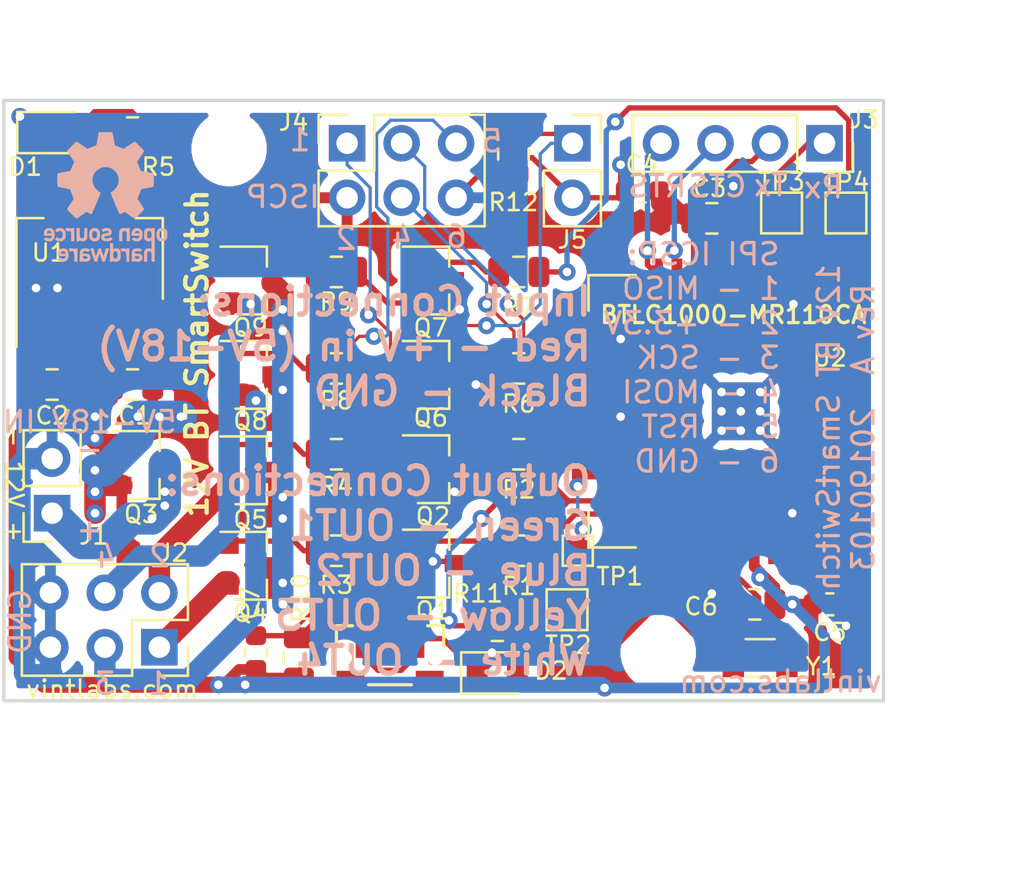
<source format=kicad_pcb>
(kicad_pcb (version 20171130) (host pcbnew 5.0.0)
  (layers (0 F.Cu signal) (31 B.Cu signal) (34 B.Paste user) (35 F.Paste user) (36 B.SilkS user) (37 F.SilkS user) (38 B.Mask user) (39 F.Mask user) (44 Edge.Cuts user))
  (net 0 "")
  (net 1 RESET)
  (net 2 ADC_IN2)
  (net 3 "Net-(Q2-Pad1)")
  (net 4 "Net-(Q1-Pad2)")
  (net 5 "Net-(Q1-Pad1)")
  (net 6 GND)
  (net 7 "Net-(D1-Pad2)")
  (net 8 STATUS)
  (net 9 "Net-(D2-Pad2)")
  (net 10 +12V)
  (net 11 "Net-(U2-Pad18)")
  (net 12 "Net-(U2-Pad19)")
  (net 13 SPI_MISO)
  (net 14 SPI_SCK)
  (net 15 SPI_MOSI)
  (net 16 SPI_SSN)
  (net 17 RxD)
  (net 18 CTS)
  (net 19 TxD)
  (net 20 RTS)
  (net 21 "Net-(Q8-Pad1)")
  (net 22 "Net-(Q6-Pad2)")
  (net 23 "Net-(Q7-Pad1)")
  (net 24 CTRL_OUT4)
  (net 25 CTRL_OUT3)
  (net 26 "Net-(Q6-Pad1)")
  (net 27 "Net-(Q7-Pad2)")
  (net 28 "Net-(Q9-Pad1)")
  (net 29 "Net-(Q2-Pad2)")
  (net 30 "Net-(Q4-Pad1)")
  (net 31 CTRL_OUT2)
  (net 32 CTRL_OUT1)
  (net 33 LOAD_OUT1)
  (net 34 LOAD_OUT3)
  (net 35 LOAD_OUT4)
  (net 36 LOAD_OUT2)
  (net 37 "Net-(Q5-Pad1)")
  (net 38 12V_SUPP)
  (net 39 GPIO_0)
  (net 40 VDD)
  (module BT_12v:ATBTLC1000-MR110 (layer F.Cu) (at 183.25 52.5 270)
    (fp_text reference U2 (at -2.5 -1.25) (layer F.SilkS) (effects (font (size 0.8 0.8) (thickness 0.12))))
    (fp_text value BTLC1000-MR110CA (at -4.5 3.25 180) (layer F.SilkS) (effects (font (size 0.8 0.8))))
    (pad 1 smd rect (at -6.35 0.476 270) (size 1.55 0.5) (layers F.Cu F.Paste F.Mask) (net 6 GND))
    (pad 25 smd rect (at 0 2.9 180) (size 2.7 2.7) (layers B.Cu) (net 6 GND))
    (pad 25 thru_hole circle (at -0.9 2 180) (size 0.8 0.8) (drill 0.4) (layers *.Cu F.Mask) (net 6 GND))
    (pad 25 thru_hole circle (at 0 2 180) (size 0.8 0.8) (drill 0.4) (layers *.Cu F.Mask) (net 6 GND))
    (pad 25 thru_hole circle (at 0.9 2 180) (size 0.8 0.8) (drill 0.4) (layers *.Cu F.Mask) (net 6 GND))
    (pad 25 thru_hole circle (at -0.9 2.9 180) (size 0.8 0.8) (drill 0.4) (layers *.Cu F.Mask) (net 6 GND))
    (pad 25 thru_hole circle (at -0.9 3.8 180) (size 0.8 0.8) (drill 0.4) (layers *.Cu F.Mask) (net 6 GND))
    (pad 25 thru_hole circle (at 0 3.8 180) (size 0.8 0.8) (drill 0.4) (layers *.Cu F.Mask) (net 6 GND))
    (pad 25 thru_hole circle (at 0 2.9 180) (size 0.8 0.8) (drill 0.4) (layers *.Cu F.Mask) (net 6 GND))
    (pad 25 thru_hole circle (at 0.9 2.9 180) (size 0.8 0.8) (drill 0.4) (layers *.Cu F.Mask) (net 6 GND))
    (pad 25 thru_hole circle (at 0.9 3.8 180) (size 0.8 0.8) (drill 0.4) (layers *.Cu F.Mask) (net 6 GND))
    (pad 2 smd rect (at -6.35 1.376 270) (size 1.55 0.5) (layers F.Cu F.Paste F.Mask) (net 24 CTRL_OUT4))
    (pad 3 smd rect (at -6.35 2.276 270) (size 1.55 0.5) (layers F.Cu F.Paste F.Mask) (net 25 CTRL_OUT3))
    (pad 4 smd rect (at -6.35 3.176 270) (size 1.55 0.5) (layers F.Cu F.Paste F.Mask) (net 17 RxD))
    (pad 5 smd rect (at -6.35 4.076 270) (size 1.55 0.5) (layers F.Cu F.Paste F.Mask) (net 19 TxD))
    (pad 6 smd rect (at -6.36 4.976 270) (size 1.55 0.5) (layers F.Cu F.Paste F.Mask) (net 40 VDD))
    (pad 7 smd rect (at -6.35 5.876 270) (size 1.55 0.5) (layers F.Cu F.Paste F.Mask) (net 18 CTS))
    (pad 8 smd rect (at -6.35 6.776 270) (size 1.55 0.5) (layers F.Cu F.Paste F.Mask) (net 20 RTS))
    (pad 9 smd rect (at -3.375 10) (size 1.55 0.5) (layers F.Cu F.Paste F.Mask) (net 6 GND))
    (pad 10 smd rect (at -2.475 10) (size 1.55 0.5) (layers F.Cu F.Paste F.Mask) (net 14 SPI_SCK))
    (pad 11 smd rect (at -1.575 10) (size 1.55 0.5) (layers F.Cu F.Paste F.Mask) (net 15 SPI_MOSI))
    (pad 12 smd rect (at -0.675 10) (size 1.55 0.5) (layers F.Cu F.Paste F.Mask) (net 16 SPI_SSN))
    (pad 13 smd rect (at 0.225 10) (size 1.55 0.5) (layers F.Cu F.Paste F.Mask) (net 6 GND))
    (pad 14 smd rect (at 1.125 10) (size 1.55 0.5) (layers F.Cu F.Paste F.Mask) (net 13 SPI_MISO))
    (pad 15 smd rect (at 2.025 10) (size 1.55 0.5) (layers F.Cu F.Paste F.Mask) (net 8 STATUS))
    (pad 16 smd rect (at 2.925 10) (size 1.55 0.5) (layers F.Cu F.Paste F.Mask) (net 2 ADC_IN2))
    (pad 21 smd rect (at 6.35 3.176 270) (size 1.55 0.5) (layers F.Cu F.Paste F.Mask) (net 32 CTRL_OUT1))
    (pad 24 smd rect (at 6.35 0.476 270) (size 1.55 0.5) (layers F.Cu F.Paste F.Mask) (net 6 GND))
    (pad 18 smd rect (at 6.35 5.876 270) (size 1.55 0.5) (layers F.Cu F.Paste F.Mask) (net 11 "Net-(U2-Pad18)"))
    (pad 17 smd rect (at 6.35 6.776 270) (size 1.55 0.5) (layers F.Cu F.Paste F.Mask) (net 40 VDD))
    (pad 19 smd rect (at 6.34 4.976 270) (size 1.55 0.5) (layers F.Cu F.Paste F.Mask) (net 12 "Net-(U2-Pad19)"))
    (pad 22 smd rect (at 6.35 2.276 270) (size 1.55 0.5) (layers F.Cu F.Paste F.Mask) (net 40 VDD))
    (pad 23 smd rect (at 6.35 1.376 270) (size 1.55 0.5) (layers F.Cu F.Paste F.Mask) (net 31 CTRL_OUT2))
    (pad 20 smd rect (at 6.35 4.076 270) (size 1.55 0.5) (layers F.Cu F.Paste F.Mask) (net 39 GPIO_0))
    (pad 25 smd rect (at 0 2.9 180) (size 2.7 2.7) (layers F.Cu F.Paste F.Mask) (net 6 GND))
  )
  (module Connector_PinSocket_2.54mm:PinSocket_1x02_P2.54mm_Vertical (layer F.Cu) (at 172.5 40)
    (fp_text reference J5 (at 0 4.5) (layer F.SilkS) (effects (font (size 0.8 0.8) (thickness 0.12))))
    (fp_text value Conn_01x02_Female)
    (pad 1 thru_hole rect (at 0 0) (size 1.7 1.7) (drill 1) (layers *.Cu *.Mask) (net 16 SPI_SSN))
    (pad 2 thru_hole oval (at 0 2.54) (size 1.7 1.7) (drill 1) (layers *.Cu *.Mask) (net 6 GND))
  )
  (module Resistor_SMD:R_0805_2012Metric (layer F.Cu) (at 169.75 40.5 90)
    (fp_text reference R12 (at -2.25 0 180) (layer F.SilkS) (effects (font (size 0.8 0.8) (thickness 0.12))))
    (fp_text value 10k)
    (pad 1 smd roundrect (at -0.9375 0 90) (size 0.975 1.4) (layers F.Cu F.Paste F.Mask) (net 40 VDD))
    (pad 2 smd roundrect (at 0.9375 0 90) (size 0.975 1.4) (layers F.Cu F.Paste F.Mask) (net 16 SPI_SSN))
  )
  (module BT_12v:SW_TACTILE_PO21301 (layer F.Cu) (at 164 64)
    (fp_text reference SW1 hide)
    (fp_text value SW_Push)
    (pad "" smd rect (at -1.85 1.05) (size 1.3 0.9) (layers F.Cu F.Paste F.Mask))
    (pad "" smd rect (at 1.85 1.05) (size 1.3 0.9) (layers F.Cu F.Paste F.Mask))
    (pad "" np_thru_hole circle (at -2.125 0) (size 0.7 0.7) (drill 0.7) (layers *.Cu))
    (pad "" np_thru_hole circle (at 2.125 0) (size 0.7 0.7) (drill 0.7) (layers *.Cu))
    (pad 1 smd rect (at 1.225 -0.9) (size 0.75 1.8) (layers F.Cu F.Paste F.Mask) (net 6 GND))
    (pad 2 smd rect (at 0 -0.9) (size 0.6 1.8) (layers F.Cu F.Paste F.Mask) (net 1 RESET))
    (pad 1 smd rect (at -1.225 -0.9) (size 0.75 1.8) (layers F.Cu F.Paste F.Mask) (net 6 GND))
  )
  (module TestPoint:TestPoint_Pad_1.0x1.0mm (layer F.Cu) (at 172.75 59)
    (fp_text reference TP1 (at 1.95 1.2) (layer F.SilkS) (effects (font (size 0.8 0.8) (thickness 0.12))))
    (fp_text value TestPoint)
    (pad 1 smd rect (at 0 0) (size 1 1) (layers F.Cu F.Mask) (net 2 ADC_IN2))
  )
  (module TestPoint:TestPoint_Pad_1.5x1.5mm (layer F.Cu) (at 172.25 61.75)
    (fp_text reference TP2 (at 0.05 1.65) (layer F.SilkS) (effects (font (size 0.8 0.8) (thickness 0.12))))
    (fp_text value TestPoint)
    (pad 1 smd rect (at 0 0) (size 1.5 1.5) (layers F.Cu F.Mask) (net 31 CTRL_OUT2))
  )
  (module TestPoint:TestPoint_Pad_1.5x1.5mm (layer F.Cu) (at 185.25 43.25)
    (fp_text reference TP4 (at 0 -1.45) (layer F.SilkS) (effects (font (size 0.8 0.8) (thickness 0.12))))
    (fp_text value TestPoint)
    (pad 1 smd rect (at 0 0) (size 1.5 1.5) (layers F.Cu F.Mask) (net 24 CTRL_OUT4))
  )
  (module TestPoint:TestPoint_Pad_1.5x1.5mm (layer F.Cu) (at 182.25 43.25)
    (fp_text reference TP3 (at 0 -1.45) (layer F.SilkS) (effects (font (size 0.8 0.8) (thickness 0.12))))
    (fp_text value TestPoint)
    (pad 1 smd rect (at 0 0) (size 1.5 1.5) (layers F.Cu F.Mask) (net 25 CTRL_OUT3))
  )
  (module Connector_PinSocket_2.54mm:PinSocket_1x04_P2.54mm_Vertical (layer F.Cu) (at 184.25 40 270)
    (fp_text reference J3 (at -1.1 -1.85) (layer F.SilkS) (effects (font (size 0.8 0.8) (thickness 0.12))))
    (fp_text value Conn_02x02_Odd_Even)
    (pad 1 thru_hole rect (at 0 0 270) (size 1.7 1.7) (drill 1) (layers *.Cu *.Mask) (net 17 RxD))
    (pad 2 thru_hole oval (at 0 2.54 270) (size 1.7 1.7) (drill 1) (layers *.Cu *.Mask) (net 19 TxD))
    (pad 3 thru_hole oval (at 0 5.08 270) (size 1.7 1.7) (drill 1) (layers *.Cu *.Mask) (net 18 CTS))
    (pad 4 thru_hole oval (at 0 7.62 270) (size 1.7 1.7) (drill 1) (layers *.Cu *.Mask) (net 20 RTS))
  )
  (module Capacitor_SMD:C_0603_1608Metric (layer F.Cu) (at 157.75 63.75 90)
    (fp_text reference C7 (at 2.3 -0.25 90) (layer F.SilkS) (effects (font (size 0.8 0.8) (thickness 0.12))))
    (fp_text value C)
    (pad 1 smd roundrect (at -0.7875 0 90) (size 0.875 0.95) (layers F.Cu F.Paste F.Mask) (net 40 VDD))
    (pad 2 smd roundrect (at 0.7875 0 90) (size 0.875 0.95) (layers F.Cu F.Paste F.Mask) (net 1 RESET))
  )
  (module Capacitor_SMD:C_0805_2012Metric (layer F.Cu) (at 179 43.5)
    (fp_text reference C3 (at -0.1 -1.4) (layer F.SilkS) (effects (font (size 0.8 0.8) (thickness 0.12))))
    (fp_text value 10u)
    (pad 2 smd roundrect (at 0.9375 0) (size 0.975 1.4) (layers F.Cu F.Paste F.Mask) (net 6 GND))
    (pad 1 smd roundrect (at -0.9375 0) (size 0.975 1.4) (layers F.Cu F.Paste F.Mask) (net 40 VDD))
  )
  (module Capacitor_SMD:C_0805_2012Metric (layer F.Cu) (at 181 61.5 180)
    (fp_text reference C6 (at 2.5 -0.1 180) (layer F.SilkS) (effects (font (size 0.8 0.8) (thickness 0.12))))
    (fp_text value 10u)
    (pad 2 smd roundrect (at 0.9375 0 180) (size 0.975 1.4) (layers F.Cu F.Paste F.Mask) (net 6 GND))
    (pad 1 smd roundrect (at -0.9375 0 180) (size 0.975 1.4) (layers F.Cu F.Paste F.Mask) (net 40 VDD))
  )
  (module Capacitor_SMD:C_0805_2012Metric (layer F.Cu) (at 148.25 51.25 180)
    (fp_text reference C2 (at 0 -1.45 180) (layer F.SilkS) (effects (font (size 0.8 0.8) (thickness 0.12))))
    (fp_text value 10u)
    (pad 1 smd roundrect (at -0.9375 0 180) (size 0.975 1.4) (layers F.Cu F.Paste F.Mask) (net 40 VDD))
    (pad 2 smd roundrect (at 0.9375 0 180) (size 0.975 1.4) (layers F.Cu F.Paste F.Mask) (net 6 GND))
  )
  (module Connector_PinSocket_2.54mm:PinSocket_1x02_P2.54mm_Vertical (layer F.Cu) (at 148.25 57.25 180)
    (fp_text reference J1 (at -1.95 -1.05 180) (layer F.SilkS) (effects (font (size 0.8 0.8) (thickness 0.12))))
    (fp_text value Screw_Terminal_01x02)
    (pad 1 thru_hole rect (at 0 0 180) (size 1.7 1.7) (drill 1) (layers *.Cu *.Mask) (net 38 12V_SUPP))
    (pad 2 thru_hole oval (at 0 2.54 180) (size 1.7 1.7) (drill 1) (layers *.Cu *.Mask) (net 6 GND))
  )
  (module Connector_PinSocket_2.54mm:PinSocket_2x03_P2.54mm_Vertical (layer F.Cu) (at 162 40 90)
    (fp_text reference J4 (at 1 -2.5 180) (layer F.SilkS) (effects (font (size 0.8 0.8) (thickness 0.12))))
    (fp_text value Conn_02x03_Odd_Even)
    (pad 6 thru_hole oval (at -2.54 5.08 90) (size 1.7 1.7) (drill 1) (layers *.Cu *.Mask) (net 6 GND))
    (pad 5 thru_hole oval (at 0 5.08 90) (size 1.7 1.7) (drill 1) (layers *.Cu *.Mask) (net 1 RESET))
    (pad 4 thru_hole oval (at -2.54 2.54 90) (size 1.7 1.7) (drill 1) (layers *.Cu *.Mask) (net 15 SPI_MOSI))
    (pad 3 thru_hole oval (at 0 2.54 90) (size 1.7 1.7) (drill 1) (layers *.Cu *.Mask) (net 14 SPI_SCK))
    (pad 2 thru_hole oval (at -2.54 0 90) (size 1.7 1.7) (drill 1) (layers *.Cu *.Mask) (net 40 VDD))
    (pad 1 thru_hole rect (at 0 0 90) (size 1.7 1.7) (drill 1) (layers *.Cu *.Mask) (net 13 SPI_MISO))
  )
  (module Connector_PinSocket_2.54mm:PinSocket_2x03_P2.54mm_Vertical (layer F.Cu) (at 153.25 63.5 270)
    (fp_text reference J2 (at -4.4 -0.65) (layer F.SilkS) (effects (font (size 0.8 0.8) (thickness 0.12))))
    (fp_text value Conn_02x03_Odd_Even)
    (pad 1 thru_hole rect (at 0 0 270) (size 1.7 1.7) (drill 1) (layers *.Cu *.Mask) (net 33 LOAD_OUT1))
    (pad 2 thru_hole oval (at -2.54 0 270) (size 1.7 1.7) (drill 1) (layers *.Cu *.Mask) (net 36 LOAD_OUT2))
    (pad 3 thru_hole oval (at 0 2.54 270) (size 1.7 1.7) (drill 1) (layers *.Cu *.Mask) (net 34 LOAD_OUT3))
    (pad 4 thru_hole oval (at -2.54 2.54 270) (size 1.7 1.7) (drill 1) (layers *.Cu *.Mask) (net 35 LOAD_OUT4))
    (pad 5 thru_hole oval (at 0 5.08 270) (size 1.7 1.7) (drill 1) (layers *.Cu *.Mask) (net 6 GND))
    (pad 6 thru_hole oval (at -2.54 5.08 270) (size 1.7 1.7) (drill 1) (layers *.Cu *.Mask) (net 6 GND))
  )
  (module Package_TO_SOT_SMD:SOT-23 (layer F.Cu) (at 166 46.4)
    (fp_text reference Q7 (at -0.1 2.2) (layer F.SilkS) (effects (font (size 0.8 0.8) (thickness 0.12))))
    (fp_text value PZT2222A)
    (pad 3 smd rect (at 1 0) (size 0.9 0.8) (layers F.Cu F.Paste F.Mask) (net 6 GND))
    (pad 2 smd rect (at -1 0.95) (size 0.9 0.8) (layers F.Cu F.Paste F.Mask) (net 27 "Net-(Q7-Pad2)"))
    (pad 1 smd rect (at -1 -0.95) (size 0.9 0.8) (layers F.Cu F.Paste F.Mask) (net 23 "Net-(Q7-Pad1)"))
  )
  (module Package_TO_SOT_SMD:SOT-23 (layer F.Cu) (at 157.5 59.7)
    (fp_text reference Q4 (at 0 2.2) (layer F.SilkS) (effects (font (size 0.8 0.8) (thickness 0.12))))
    (fp_text value IRLML6402)
    (pad 1 smd rect (at -1 -0.95) (size 0.9 0.8) (layers F.Cu F.Paste F.Mask) (net 30 "Net-(Q4-Pad1)"))
    (pad 2 smd rect (at -1 0.95) (size 0.9 0.8) (layers F.Cu F.Paste F.Mask) (net 33 LOAD_OUT1))
    (pad 3 smd rect (at 1 0) (size 0.9 0.8) (layers F.Cu F.Paste F.Mask) (net 10 +12V))
  )
  (module Package_TO_SOT_SMD:SOT-23 (layer F.Cu) (at 157.5 46.4)
    (fp_text reference Q9 (at 0 2.2) (layer F.SilkS) (effects (font (size 0.8 0.8) (thickness 0.12))))
    (fp_text value IRLML6402)
    (pad 3 smd rect (at 1 0) (size 0.9 0.8) (layers F.Cu F.Paste F.Mask) (net 10 +12V))
    (pad 2 smd rect (at -1 0.95) (size 0.9 0.8) (layers F.Cu F.Paste F.Mask) (net 35 LOAD_OUT4))
    (pad 1 smd rect (at -1 -0.95) (size 0.9 0.8) (layers F.Cu F.Paste F.Mask) (net 28 "Net-(Q9-Pad1)"))
  )
  (module Package_TO_SOT_SMD:SOT-23 (layer F.Cu) (at 157.5 50.8)
    (fp_text reference Q8 (at 0 2.15) (layer F.SilkS) (effects (font (size 0.8 0.8) (thickness 0.12))))
    (fp_text value IRLML6402)
    (pad 1 smd rect (at -1 -0.95) (size 0.9 0.8) (layers F.Cu F.Paste F.Mask) (net 21 "Net-(Q8-Pad1)"))
    (pad 2 smd rect (at -1 0.95) (size 0.9 0.8) (layers F.Cu F.Paste F.Mask) (net 34 LOAD_OUT3))
    (pad 3 smd rect (at 1 0) (size 0.9 0.8) (layers F.Cu F.Paste F.Mask) (net 10 +12V))
  )
  (module Package_TO_SOT_SMD:SOT-23 (layer F.Cu) (at 166 50.8)
    (fp_text reference Q6 (at -0.1 2) (layer F.SilkS) (effects (font (size 0.8 0.8) (thickness 0.12))))
    (fp_text value PZT2222A)
    (pad 3 smd rect (at 1 0) (size 0.9 0.8) (layers F.Cu F.Paste F.Mask) (net 6 GND))
    (pad 2 smd rect (at -1 0.95) (size 0.9 0.8) (layers F.Cu F.Paste F.Mask) (net 22 "Net-(Q6-Pad2)"))
    (pad 1 smd rect (at -1 -0.95) (size 0.9 0.8) (layers F.Cu F.Paste F.Mask) (net 26 "Net-(Q6-Pad1)"))
  )
  (module Package_TO_SOT_SMD:SOT-23 (layer F.Cu) (at 157.5 55.25)
    (fp_text reference Q5 (at 0 2.3) (layer F.SilkS) (effects (font (size 0.8 0.8) (thickness 0.12))))
    (fp_text value IRLML6402)
    (pad 1 smd rect (at -1 -0.95) (size 0.9 0.8) (layers F.Cu F.Paste F.Mask) (net 37 "Net-(Q5-Pad1)"))
    (pad 2 smd rect (at -1 0.95) (size 0.9 0.8) (layers F.Cu F.Paste F.Mask) (net 36 LOAD_OUT2))
    (pad 3 smd rect (at 1 0) (size 0.9 0.8) (layers F.Cu F.Paste F.Mask) (net 10 +12V))
  )
  (module Resistor_SMD:R_0805_2012Metric (layer F.Cu) (at 161.5 46)
    (fp_text reference R9 (at 0 1.4) (layer F.SilkS) (effects (font (size 0.8 0.8) (thickness 0.12))))
    (fp_text value 1k)
    (pad 2 smd roundrect (at 0.9375 0) (size 0.975 1.4) (layers F.Cu F.Paste F.Mask) (net 27 "Net-(Q7-Pad2)"))
    (pad 1 smd roundrect (at -0.9375 0) (size 0.975 1.4) (layers F.Cu F.Paste F.Mask) (net 28 "Net-(Q9-Pad1)"))
  )
  (module Resistor_SMD:R_0805_2012Metric (layer F.Cu) (at 159.75 64 90)
    (fp_text reference R10 (at 2.8 0.1 90) (layer F.SilkS) (effects (font (size 0.8 0.8) (thickness 0.12))))
    (fp_text value 10k)
    (pad 1 smd roundrect (at -0.9375 0 90) (size 0.975 1.4) (layers F.Cu F.Paste F.Mask) (net 40 VDD))
    (pad 2 smd roundrect (at 0.9375 0 90) (size 0.975 1.4) (layers F.Cu F.Paste F.Mask) (net 1 RESET))
  )
  (module Resistor_SMD:R_0805_2012Metric (layer F.Cu) (at 169 62.5)
    (fp_text reference R11 (at -0.9 -1.5) (layer F.SilkS) (effects (font (size 0.8 0.8) (thickness 0.12))))
    (fp_text value 1k)
    (pad 2 smd roundrect (at 0.9375 0) (size 0.975 1.4) (layers F.Cu F.Paste F.Mask) (net 9 "Net-(D2-Pad2)"))
    (pad 1 smd roundrect (at -0.9375 0) (size 0.975 1.4) (layers F.Cu F.Paste F.Mask) (net 8 STATUS))
  )
  (module Resistor_SMD:R_0805_2012Metric (layer F.Cu) (at 170 50.5 180)
    (fp_text reference R6 (at 0 -1.65 180) (layer F.SilkS) (effects (font (size 0.8 0.8) (thickness 0.12))))
    (fp_text value 1k)
    (pad 1 smd roundrect (at -0.9375 0 180) (size 0.975 1.4) (layers F.Cu F.Paste F.Mask) (net 25 CTRL_OUT3))
    (pad 2 smd roundrect (at 0.9375 0 180) (size 0.975 1.4) (layers F.Cu F.Paste F.Mask) (net 26 "Net-(Q6-Pad1)"))
  )
  (module Resistor_SMD:R_0805_2012Metric (layer F.Cu) (at 170 46 180)
    (fp_text reference R7 (at 0 -1.65 180) (layer F.SilkS) (effects (font (size 0.8 0.8) (thickness 0.12))))
    (fp_text value 1k)
    (pad 2 smd roundrect (at 0.9375 0 180) (size 0.975 1.4) (layers F.Cu F.Paste F.Mask) (net 23 "Net-(Q7-Pad1)"))
    (pad 1 smd roundrect (at -0.9375 0 180) (size 0.975 1.4) (layers F.Cu F.Paste F.Mask) (net 24 CTRL_OUT4))
  )
  (module Resistor_SMD:R_0805_2012Metric (layer F.Cu) (at 161.5 50.5)
    (fp_text reference R8 (at 0 1.5) (layer F.SilkS) (effects (font (size 0.8 0.8) (thickness 0.12))))
    (fp_text value 1k)
    (pad 1 smd roundrect (at -0.9375 0) (size 0.975 1.4) (layers F.Cu F.Paste F.Mask) (net 21 "Net-(Q8-Pad1)"))
    (pad 2 smd roundrect (at 0.9375 0) (size 0.975 1.4) (layers F.Cu F.Paste F.Mask) (net 22 "Net-(Q6-Pad2)"))
  )
  (module Capacitor_SMD:C_0805_2012Metric (layer F.Cu) (at 152 51.25 180)
    (fp_text reference C1 (at -0.1 -1.45 180) (layer F.SilkS) (effects (font (size 0.8 0.8) (thickness 0.12))))
    (fp_text value 10u)
    (pad 2 smd roundrect (at 0.9375 0 180) (size 0.975 1.4) (layers F.Cu F.Paste F.Mask) (net 6 GND))
    (pad 1 smd roundrect (at -0.9375 0 180) (size 0.975 1.4) (layers F.Cu F.Paste F.Mask) (net 10 +12V))
  )
  (module Capacitor_SMD:C_0603_1608Metric (layer F.Cu) (at 175.75 42.25 180)
    (fp_text reference C4 (at 0 1.25 180) (layer F.SilkS) (effects (font (size 0.8 0.8) (thickness 0.12))))
    (fp_text value 1u)
    (pad 2 smd roundrect (at 0.7875 0 180) (size 0.875 0.95) (layers F.Cu F.Paste F.Mask) (net 6 GND))
    (pad 1 smd roundrect (at -0.7875 0 180) (size 0.875 0.95) (layers F.Cu F.Paste F.Mask) (net 40 VDD))
  )
  (module Capacitor_SMD:C_0603_1608Metric (layer F.Cu) (at 184.5 61.5)
    (fp_text reference C5 (at 0 1.3) (layer F.SilkS) (effects (font (size 0.8 0.8) (thickness 0.12))))
    (fp_text value 1u)
    (pad 1 smd roundrect (at -0.7875 0) (size 0.875 0.95) (layers F.Cu F.Paste F.Mask) (net 40 VDD))
    (pad 2 smd roundrect (at 0.7875 0) (size 0.875 0.95) (layers F.Cu F.Paste F.Mask) (net 6 GND))
  )
  (module MountingHole:MountingHole_2.5mm (layer F.Cu) (at 176.5 63.75)
    (fp_text reference REF** hide)
    (fp_text value MountingHole_2.5mm)
    (pad 1 np_thru_hole circle (at 0 0) (size 2.5 2.5) (drill 2.5) (layers *.Cu *.Mask))
  )
  (module Package_TO_SOT_SMD:SOT-23 (layer F.Cu) (at 152.5 55)
    (fp_text reference Q3 (at -0.1 2.3) (layer F.SilkS) (effects (font (size 0.8 0.8) (thickness 0.12))))
    (fp_text value IRLML6402)
    (pad 1 smd rect (at -1 -0.95) (size 0.9 0.8) (layers F.Cu F.Paste F.Mask) (net 6 GND))
    (pad 2 smd rect (at -1 0.95) (size 0.9 0.8) (layers F.Cu F.Paste F.Mask) (net 10 +12V))
    (pad 3 smd rect (at 1 0) (size 0.9 0.8) (layers F.Cu F.Paste F.Mask) (net 38 12V_SUPP))
  )
  (module Package_TO_SOT_SMD:SOT-23 (layer F.Cu) (at 166 59.6)
    (fp_text reference Q1 (at 0 2.2) (layer F.SilkS) (effects (font (size 0.8 0.8) (thickness 0.12))))
    (fp_text value PZT2222A)
    (pad 1 smd rect (at -1 -0.95) (size 0.9 0.8) (layers F.Cu F.Paste F.Mask) (net 5 "Net-(Q1-Pad1)"))
    (pad 2 smd rect (at -1 0.95) (size 0.9 0.8) (layers F.Cu F.Paste F.Mask) (net 4 "Net-(Q1-Pad2)"))
    (pad 3 smd rect (at 1 0) (size 0.9 0.8) (layers F.Cu F.Paste F.Mask) (net 6 GND))
  )
  (module Crystal:Crystal_SMD_3215-2Pin_3.2x1.5mm (layer F.Cu) (at 181.25 64 180)
    (fp_text reference Y1 (at -2.85 -0.4 180) (layer F.SilkS) (effects (font (size 0.8 0.8) (thickness 0.12))))
    (fp_text value Crystal)
    (pad 1 smd rect (at 1.25 0 180) (size 1 1.8) (layers F.Cu F.Paste F.Mask) (net 11 "Net-(U2-Pad18)"))
    (pad 2 smd rect (at -1.25 0 180) (size 1 1.8) (layers F.Cu F.Paste F.Mask) (net 12 "Net-(U2-Pad19)"))
  )
  (module LED_SMD:LED_0805_2012Metric (layer F.Cu) (at 169 64.7)
    (fp_text reference D2 (at 2.5 -0.1) (layer F.SilkS) (effects (font (size 0.8 0.8) (thickness 0.12))))
    (fp_text value LED)
    (pad 2 smd roundrect (at 0.9375 0) (size 0.975 1.4) (layers F.Cu F.Paste F.Mask) (net 9 "Net-(D2-Pad2)"))
    (pad 1 smd roundrect (at -0.9375 0) (size 0.975 1.4) (layers F.Cu F.Paste F.Mask) (net 6 GND))
  )
  (module LED_SMD:LED_0805_2012Metric (layer F.Cu) (at 148.3125 39.5)
    (fp_text reference D1 (at -1.3125 1.6) (layer F.SilkS) (effects (font (size 0.8 0.8) (thickness 0.12))))
    (fp_text value LED)
    (pad 1 smd roundrect (at -0.9375 0) (size 0.975 1.4) (layers F.Cu F.Paste F.Mask) (net 6 GND))
    (pad 2 smd roundrect (at 0.9375 0) (size 0.975 1.4) (layers F.Cu F.Paste F.Mask) (net 7 "Net-(D1-Pad2)"))
  )
  (module Package_TO_SOT_SMD:SOT-223-3_TabPin2 (layer F.Cu) (at 150 45.4 90)
    (fp_text reference U1 (at 0.3 -1.9 180) (layer F.SilkS) (effects (font (size 0.8 0.8) (thickness 0.12))))
    (fp_text value AP1117-33)
    (pad 2 smd rect (at 3.15 0 90) (size 2 3.8) (layers F.Cu F.Paste F.Mask) (net 40 VDD))
    (pad 2 smd rect (at -3.15 0 90) (size 2 1.5) (layers F.Cu F.Paste F.Mask) (net 40 VDD))
    (pad 3 smd rect (at -3.15 2.3 90) (size 2 1.5) (layers F.Cu F.Paste F.Mask) (net 10 +12V))
    (pad 1 smd rect (at -3.15 -2.3 90) (size 2 1.5) (layers F.Cu F.Paste F.Mask) (net 6 GND))
  )
  (module Package_TO_SOT_SMD:SOT-23 (layer F.Cu) (at 166 55.2)
    (fp_text reference Q2 (at 0 2.2) (layer F.SilkS) (effects (font (size 0.8 0.8) (thickness 0.12))))
    (fp_text value PZT2222A)
    (pad 1 smd rect (at -1 -0.95) (size 0.9 0.8) (layers F.Cu F.Paste F.Mask) (net 3 "Net-(Q2-Pad1)"))
    (pad 2 smd rect (at -1 0.95) (size 0.9 0.8) (layers F.Cu F.Paste F.Mask) (net 29 "Net-(Q2-Pad2)"))
    (pad 3 smd rect (at 1 0) (size 0.9 0.8) (layers F.Cu F.Paste F.Mask) (net 6 GND))
  )
  (module Resistor_SMD:R_0805_2012Metric (layer F.Cu) (at 161.5 59)
    (fp_text reference R3 (at 0 1.6) (layer F.SilkS) (effects (font (size 0.8 0.8) (thickness 0.12))))
    (fp_text value 1k)
    (pad 1 smd roundrect (at -0.9375 0) (size 0.975 1.4) (layers F.Cu F.Paste F.Mask) (net 30 "Net-(Q4-Pad1)"))
    (pad 2 smd roundrect (at 0.9375 0) (size 0.975 1.4) (layers F.Cu F.Paste F.Mask) (net 4 "Net-(Q1-Pad2)"))
  )
  (module Resistor_SMD:R_0805_2012Metric (layer F.Cu) (at 170 54.5 180)
    (fp_text reference R2 (at 0 -1.65 180) (layer F.SilkS) (effects (font (size 0.8 0.8) (thickness 0.12))))
    (fp_text value 1k)
    (pad 2 smd roundrect (at 0.9375 0 180) (size 0.975 1.4) (layers F.Cu F.Paste F.Mask) (net 3 "Net-(Q2-Pad1)"))
    (pad 1 smd roundrect (at -0.9375 0 180) (size 0.975 1.4) (layers F.Cu F.Paste F.Mask) (net 31 CTRL_OUT2))
  )
  (module Resistor_SMD:R_0805_2012Metric (layer F.Cu) (at 170 59 180)
    (fp_text reference R1 (at 0 -1.65 180) (layer F.SilkS) (effects (font (size 0.8 0.8) (thickness 0.12))))
    (fp_text value 1k)
    (pad 1 smd roundrect (at -0.9375 0 180) (size 0.975 1.4) (layers F.Cu F.Paste F.Mask) (net 32 CTRL_OUT1))
    (pad 2 smd roundrect (at 0.9375 0 180) (size 0.975 1.4) (layers F.Cu F.Paste F.Mask) (net 5 "Net-(Q1-Pad1)"))
  )
  (module Resistor_SMD:R_0805_2012Metric (layer F.Cu) (at 161.5 54.5)
    (fp_text reference R4 (at 0 1.5) (layer F.SilkS) (effects (font (size 0.8 0.8) (thickness 0.12))))
    (fp_text value 1k)
    (pad 2 smd roundrect (at 0.9375 0) (size 0.975 1.4) (layers F.Cu F.Paste F.Mask) (net 29 "Net-(Q2-Pad2)"))
    (pad 1 smd roundrect (at -0.9375 0) (size 0.975 1.4) (layers F.Cu F.Paste F.Mask) (net 37 "Net-(Q5-Pad1)"))
  )
  (module Resistor_SMD:R_0805_2012Metric (layer F.Cu) (at 152 39.5)
    (fp_text reference R5 (at 1.2 1.6) (layer F.SilkS) (effects (font (size 0.8 0.8) (thickness 0.12))))
    (fp_text value 1k)
    (pad 1 smd roundrect (at -0.9375 0) (size 0.975 1.4) (layers F.Cu F.Paste F.Mask) (net 40 VDD))
    (pad 2 smd roundrect (at 0.9375 0) (size 0.975 1.4) (layers F.Cu F.Paste F.Mask) (net 7 "Net-(D1-Pad2)"))
  )
  (module MountingHole:MountingHole_2.5mm (layer F.Cu) (at 156.5 40.25)
    (fp_text reference REF** hide)
    (fp_text value MountingHole_2.5mm)
    (pad 1 np_thru_hole circle (at 0 0) (size 2.5 2.5) (drill 2.5) (layers *.Cu *.Mask))
  )
  (module Symbol:OSHW-Logo_5.7x6mm_SilkScreen (layer B.Cu) (at 150.75 42.5 180)
    (fp_text reference REF** hide)
    (fp_text value OSHW-Logo_5.7x6mm_SilkScreen hide)
  )
  (gr_text "12V BT SmartSwitch\nRev A  20190103" (at 185.25 53.25 90) (layer B.SilkS) (effects (font (size 1 1)) (justify mirror)))
  (gr_text "vintlabs.com\n\n" (at 182.2 65.9) (layer B.SilkS) (effects (font (size 1 1)) (justify mirror)))
  (gr_text + (at 150 58) (layer B.SilkS) (effects (font (size 1 1)) (justify mirror)))
  (gr_text - (at 150 54.25) (layer B.SilkS) (effects (font (size 1 1)) (justify mirror)))
  (gr_text "5V-18V IN" (at 150 53) (layer B.SilkS) (effects (font (size 1 1)) (justify mirror)))
  (gr_text ISCP (at 159 42.5) (layer B.SilkS) (effects (font (size 1 1)) (justify mirror)))
  (gr_text "SPI ICSP:\n1 - MISO\n2 - +3.3V\n3 - SCK\n4 - MOSI\n5 - RST\n6 - GND" (at 182.25 50) (layer B.SilkS) (effects (font (size 1 1)) (justify left mirror)))
  (gr_text 5 (at 168.75 39.9) (layer B.SilkS) (effects (font (size 1 1)) (justify mirror)))
  (gr_text 6 (at 167.1 44.35) (layer B.SilkS) (effects (font (size 1 1)) (justify mirror)))
  (gr_text 4 (at 164.55 44.4) (layer B.SilkS) (effects (font (size 1 1)) (justify mirror)))
  (gr_text 2 (at 161.95 44.45) (layer B.SilkS) (effects (font (size 1 1)) (justify mirror)))
  (gr_text 1 (at 159.8 39.85) (layer B.SilkS) (effects (font (size 1 1)) (justify mirror)))
  (gr_text RTS (at 176.45 42) (layer B.SilkS) (effects (font (size 1 1)) (justify mirror)))
  (gr_text CTS (at 179.25 42) (layer B.SilkS) (effects (font (size 1 1)) (justify mirror)))
  (gr_text Tx (at 181.75 41.95) (layer B.SilkS) (effects (font (size 1 1)) (justify mirror)))
  (gr_text Rx (at 184.2 42.05) (layer B.SilkS) (effects (font (size 1 1)) (justify mirror)))
  (gr_text 3 (at 150.7 65.2) (layer B.SilkS) (effects (font (size 1 1)) (justify mirror)))
  (gr_text 2 (at 153.25 59.25) (layer B.SilkS) (effects (font (size 1 1)) (justify mirror)))
  (gr_text 1 (at 153.2 65.2) (layer B.SilkS) (effects (font (size 1 1)) (justify mirror)))
  (gr_text 4 (at 150.75 59.3) (layer B.SilkS) (effects (font (size 1 1)) (justify mirror)))
  (gr_text GND (at 146.75 62.3 90) (layer B.SilkS) (effects (font (size 1 1)) (justify mirror)))
  (gr_text "- 12V +" (at 146.5 55.9 270) (layer F.SilkS) (effects (font (size 0.8 0.8) (thickness 0.12))))
  (gr_text "Input Connections:\nRed - +V in (5V-18V)\nBlack - GND\n\nOutput Connections:\nGreen - OUT1\nBlue - OUT2\nYellow - OUT3\nWhite - OUT4" (at 173.5 55.75) (layer B.SilkS) (effects (font (size 1.3 1.3) (thickness 0.25)) (justify left mirror)))
  (gr_text "vintlabs.com\n\n" (at 151.05 66.15) (layer F.SilkS) (effects (font (size 0.85 0.85) (thickness 0.12))))
  (gr_text "12V BT SmartSwitch" (at 155 49.8 90) (layer F.SilkS) (effects (font (size 1 1) (thickness 0.2))))
  (gr_line (start 146 66) (end 146 38) (layer Edge.Cuts) (width 0.15))
  (gr_line (start 187 66) (end 146 66) (layer Edge.Cuts) (width 0.15))
  (gr_line (start 187 38) (end 187 66) (layer Edge.Cuts) (width 0.15))
  (gr_line (start 146 38) (end 187 38) (layer Edge.Cuts) (width 0.15))
  (segment (start 159.7875 64.55) (end 159.9375 64.7) (width 0.25) (layer F.Cu) (net 40))
  (segment (start 163.439999 64.575001) (end 164.524999 64.575001) (width 0.25) (layer F.Cu) (net 6))
  (segment (start 165.225 63.875) (end 165.225 63.35) (width 0.25) (layer F.Cu) (net 6))
  (segment (start 164.524999 64.575001) (end 165.225 63.875) (width 0.25) (layer F.Cu) (net 6))
  (segment (start 162.775 63.910002) (end 163.439999 64.575001) (width 0.25) (layer F.Cu) (net 6))
  (segment (start 162.775 63.35) (end 162.775 63.910002) (width 0.25) (layer F.Cu) (net 6))
  (via (at 163.25 49) (size 0.8) (drill 0.4) (layers F.Cu B.Cu) (net 1))
  (segment (start 163.815685 49) (end 163.25 49) (width 0.15) (layer B.Cu) (net 1))
  (segment (start 163.899999 48.915686) (end 163.815685 49) (width 0.15) (layer B.Cu) (net 1))
  (segment (start 167.08 40) (end 166.004999 38.924999) (width 0.15) (layer B.Cu) (net 1))
  (segment (start 166.004999 38.924999) (end 164.023999 38.924999) (width 0.15) (layer B.Cu) (net 1))
  (segment (start 163.375011 42.966013) (end 163.899999 43.491001) (width 0.15) (layer B.Cu) (net 1))
  (segment (start 163.375011 39.573987) (end 163.375011 42.966013) (width 0.15) (layer B.Cu) (net 1))
  (segment (start 164.023999 38.924999) (end 163.375011 39.573987) (width 0.15) (layer B.Cu) (net 1))
  (segment (start 163.899999 43.491001) (end 163.899999 48.915686) (width 0.15) (layer B.Cu) (net 1))
  (segment (start 159.65 62.9625) (end 159.75 63.0625) (width 0.25) (layer F.Cu) (net 1))
  (segment (start 157.75 62.9625) (end 159.65 62.9625) (width 0.25) (layer F.Cu) (net 1))
  (segment (start 164 62.5) (end 164 63.1) (width 0.25) (layer F.Cu) (net 1))
  (segment (start 163.424999 61.924999) (end 164 62.5) (width 0.25) (layer F.Cu) (net 1))
  (segment (start 162.574572 49) (end 163.25 49) (width 0.15) (layer F.Cu) (net 1))
  (segment (start 161.72499 49.849582) (end 162.574572 49) (width 0.15) (layer F.Cu) (net 1))
  (segment (start 161.72499 60.50001) (end 161.72499 49.849582) (width 0.15) (layer F.Cu) (net 1))
  (segment (start 159.75 62.475) (end 161.72499 60.50001) (width 0.15) (layer F.Cu) (net 1))
  (segment (start 159.75 63.0625) (end 159.75 62.475) (width 0.15) (layer F.Cu) (net 1))
  (segment (start 160.887501 61.924999) (end 163.424999 61.924999) (width 0.25) (layer F.Cu) (net 1))
  (segment (start 159.75 63.0625) (end 160.887501 61.924999) (width 0.25) (layer F.Cu) (net 1))
  (via (at 172.75 56) (size 0.8) (drill 0.4) (layers F.Cu B.Cu) (net 2))
  (via (at 173 58) (size 0.8) (drill 0.4) (layers F.Cu B.Cu) (net 2))
  (segment (start 173.25 55.5) (end 172.75 56) (width 0.15) (layer F.Cu) (net 2))
  (segment (start 173.25 55.425) (end 173.25 55.5) (width 0.15) (layer F.Cu) (net 2))
  (segment (start 173 58.75) (end 172.75 59) (width 0.15) (layer F.Cu) (net 2))
  (segment (start 173 58) (end 173 58.75) (width 0.15) (layer F.Cu) (net 2))
  (segment (start 172.75 57.75) (end 173 58) (width 0.15) (layer B.Cu) (net 2))
  (segment (start 172.75 57.184315) (end 172.75 56) (width 0.15) (layer B.Cu) (net 2))
  (segment (start 173 58) (end 173 57.434315) (width 0.15) (layer B.Cu) (net 2))
  (segment (start 173 57.434315) (end 172.75 57.184315) (width 0.15) (layer B.Cu) (net 2))
  (segment (start 165.7 54.05) (end 165 54.05) (width 0.25) (layer F.Cu) (net 3))
  (segment (start 168.025 54.05) (end 165.7 54.05) (width 0.25) (layer F.Cu) (net 3))
  (segment (start 168.475 54.5) (end 168.025 54.05) (width 0.25) (layer F.Cu) (net 3))
  (segment (start 169.0625 54.5) (end 168.475 54.5) (width 0.25) (layer F.Cu) (net 3))
  (segment (start 163.8875 60.45) (end 162.4375 59) (width 0.25) (layer F.Cu) (net 4))
  (segment (start 165 60.45) (end 163.8875 60.45) (width 0.25) (layer F.Cu) (net 4))
  (segment (start 165.7 58.55) (end 165 58.55) (width 0.25) (layer F.Cu) (net 5))
  (segment (start 168.025 58.55) (end 165.7 58.55) (width 0.25) (layer F.Cu) (net 5))
  (segment (start 168.475 59) (end 168.025 58.55) (width 0.25) (layer F.Cu) (net 5))
  (segment (start 169.0625 59) (end 168.475 59) (width 0.25) (layer F.Cu) (net 5))
  (via (at 166 59.5) (size 0.8) (drill 0.4) (layers F.Cu B.Cu) (net 6))
  (via (at 180 42) (size 0.8) (drill 0.4) (layers F.Cu B.Cu) (net 6))
  (via (at 174.75 41) (size 0.8) (drill 0.4) (layers F.Cu B.Cu) (net 6))
  (via (at 182.75 57.25) (size 0.8) (drill 0.4) (layers F.Cu B.Cu) (net 6))
  (via (at 182.8 47.5) (size 0.8) (drill 0.4) (layers F.Cu B.Cu) (net 6))
  (via (at 174.75 49.125) (size 0.8) (drill 0.4) (layers F.Cu B.Cu) (net 6))
  (via (at 174.75 52.75) (size 0.8) (drill 0.4) (layers F.Cu B.Cu) (net 6))
  (segment (start 146.927919 63.46) (end 146.967919 63.5) (width 1) (layer B.Cu) (net 6))
  (segment (start 146.927919 61) (end 146.927919 63.46) (width 1) (layer B.Cu) (net 6))
  (segment (start 146.967919 60.96) (end 146.927919 61) (width 1) (layer B.Cu) (net 6))
  (segment (start 148.17 60.96) (end 146.967919 60.96) (width 1) (layer B.Cu) (net 6))
  (segment (start 146.749999 55.00792) (end 147.047919 54.71) (width 1) (layer B.Cu) (net 6))
  (segment (start 147.047919 54.71) (end 148.25 54.71) (width 1) (layer B.Cu) (net 6))
  (segment (start 146.749999 59.499999) (end 146.749999 55.00792) (width 1) (layer B.Cu) (net 6))
  (segment (start 146.967919 59.717919) (end 146.749999 59.499999) (width 1) (layer B.Cu) (net 6))
  (segment (start 146.967919 60.96) (end 146.967919 59.717919) (width 1) (layer B.Cu) (net 6))
  (segment (start 148.17 64.702081) (end 148.25 64.782081) (width 1) (layer B.Cu) (net 6))
  (segment (start 148.17 63.5) (end 148.17 64.702081) (width 1) (layer B.Cu) (net 6))
  (segment (start 148.25 64.782081) (end 147.032081 64.782081) (width 1) (layer B.Cu) (net 6))
  (segment (start 146.967919 64.717919) (end 146.967919 63.5) (width 1) (layer B.Cu) (net 6))
  (segment (start 147.032081 64.782081) (end 146.967919 64.717919) (width 1) (layer B.Cu) (net 6))
  (segment (start 182.774 47.474) (end 182.8 47.5) (width 0.5) (layer F.Cu) (net 6))
  (segment (start 182.774 46.15) (end 182.774 47.474) (width 0.5) (layer F.Cu) (net 6))
  (segment (start 174.75 49.125) (end 173.25 49.125) (width 0.5) (layer F.Cu) (net 6))
  (segment (start 174.725 52.725) (end 174.75 52.75) (width 0.5) (layer F.Cu) (net 6))
  (segment (start 173.25 52.725) (end 174.725 52.725) (width 0.5) (layer F.Cu) (net 6))
  (segment (start 182.75 58.826) (end 182.774 58.85) (width 0.5) (layer F.Cu) (net 6))
  (segment (start 182.75 57.25) (end 182.75 58.826) (width 0.5) (layer F.Cu) (net 6))
  (segment (start 179.9375 42.0625) (end 180 42) (width 0.5) (layer F.Cu) (net 6))
  (segment (start 179.9375 43.5) (end 179.9375 42.0625) (width 0.5) (layer F.Cu) (net 6))
  (via (at 147.5 46.75) (size 0.8) (drill 0.4) (layers F.Cu B.Cu) (net 6))
  (via (at 148.5 46.75) (size 0.8) (drill 0.4) (layers F.Cu B.Cu) (net 6))
  (segment (start 148.5 46.75) (end 147.5 46.75) (width 1.5) (layer F.Cu) (net 6))
  (segment (start 147.7 46.95) (end 147.5 46.75) (width 1.5) (layer F.Cu) (net 6))
  (segment (start 147.7 48.55) (end 147.7 46.95) (width 1.5) (layer F.Cu) (net 6))
  (segment (start 147.7 50.8625) (end 147.3125 51.25) (width 0.5) (layer F.Cu) (net 6))
  (segment (start 147.7 48.55) (end 147.7 50.8625) (width 0.5) (layer F.Cu) (net 6))
  (via (at 150.25 52.75) (size 0.8) (drill 0.4) (layers F.Cu B.Cu) (net 6))
  (segment (start 151.0625 51.9375) (end 150.25 52.75) (width 0.5) (layer F.Cu) (net 6))
  (segment (start 151.0625 51.25) (end 151.0625 51.9375) (width 0.5) (layer F.Cu) (net 6))
  (via (at 150.25 53.75) (size 0.8) (drill 0.4) (layers F.Cu B.Cu) (net 6))
  (segment (start 150.55 54.05) (end 150.25 53.75) (width 1) (layer F.Cu) (net 6))
  (segment (start 151.5 54.05) (end 150.55 54.05) (width 1) (layer F.Cu) (net 6))
  (segment (start 150.25 53.75) (end 150.25 52.75) (width 1) (layer F.Cu) (net 6))
  (via (at 167.25 47.75) (size 0.8) (drill 0.4) (layers F.Cu B.Cu) (net 6))
  (via (at 168 51.25) (size 0.8) (drill 0.4) (layers F.Cu B.Cu) (net 6))
  (segment (start 167 47.5) (end 167.25 47.75) (width 0.25) (layer F.Cu) (net 6))
  (segment (start 167 46.5) (end 167 47.5) (width 0.25) (layer F.Cu) (net 6))
  (segment (start 167.75 51) (end 168 51.25) (width 0.25) (layer F.Cu) (net 6))
  (segment (start 167 51) (end 167.75 51) (width 0.25) (layer F.Cu) (net 6))
  (via (at 167 56.25) (size 0.8) (drill 0.4) (layers F.Cu B.Cu) (net 6))
  (segment (start 167 56.25) (end 167 55) (width 0.25) (layer F.Cu) (net 6))
  (segment (start 166 59.5) (end 167 59.5) (width 0.25) (layer F.Cu) (net 6))
  (via (at 168.75 63.75) (size 0.8) (drill 0.4) (layers F.Cu B.Cu) (net 6))
  (segment (start 168.75 64.0125) (end 168.0625 64.7) (width 0.5) (layer F.Cu) (net 6))
  (segment (start 168.75 63.75) (end 168.75 64.0125) (width 0.5) (layer F.Cu) (net 6))
  (via (at 179 61) (size 0.8) (drill 0.4) (layers F.Cu B.Cu) (net 6))
  (via (at 185.25 62.5) (size 0.8) (drill 0.4) (layers F.Cu B.Cu) (net 6))
  (segment (start 185.2875 62.4625) (end 185.25 62.5) (width 0.5) (layer F.Cu) (net 6))
  (segment (start 185.2875 61.5) (end 185.2875 62.4625) (width 0.5) (layer F.Cu) (net 6))
  (segment (start 179.5 61.5) (end 179 61) (width 0.5) (layer F.Cu) (net 6))
  (segment (start 180.0625 61.5) (end 179.5 61.5) (width 0.5) (layer F.Cu) (net 6))
  (via (at 146.75 38.75) (size 0.8) (drill 0.4) (layers F.Cu B.Cu) (net 6))
  (segment (start 146.75 38.875) (end 147.375 39.5) (width 0.5) (layer F.Cu) (net 6))
  (segment (start 146.75 38.75) (end 146.75 38.875) (width 0.5) (layer F.Cu) (net 6))
  (segment (start 174.75 42.0375) (end 174.9625 42.25) (width 0.25) (layer F.Cu) (net 6))
  (segment (start 174.75 41) (end 174.75 42.0375) (width 0.25) (layer F.Cu) (net 6))
  (segment (start 166.4625 63.1) (end 168.0625 64.7) (width 0.25) (layer F.Cu) (net 6))
  (segment (start 165.225 63.1) (end 166.4625 63.1) (width 0.25) (layer F.Cu) (net 6))
  (via (at 168.5 48.5) (size 0.8) (drill 0.4) (layers F.Cu B.Cu) (net 16))
  (segment (start 152.381263 38.943763) (end 152.9375 39.5) (width 0.25) (layer F.Cu) (net 7))
  (segment (start 151.96249 38.52499) (end 152.381263 38.943763) (width 0.25) (layer F.Cu) (net 7))
  (segment (start 150.22501 38.52499) (end 151.96249 38.52499) (width 0.25) (layer F.Cu) (net 7))
  (segment (start 149.25 39.5) (end 150.22501 38.52499) (width 0.25) (layer F.Cu) (net 7))
  (via (at 168.25 57.5) (size 0.8) (drill 0.4) (layers F.Cu B.Cu) (net 8))
  (via (at 166.75 62.25) (size 0.8) (drill 0.4) (layers F.Cu B.Cu) (net 8))
  (segment (start 167 62.5) (end 166.75 62.25) (width 0.25) (layer F.Cu) (net 8))
  (segment (start 168.0625 62.5) (end 167 62.5) (width 0.25) (layer F.Cu) (net 8))
  (segment (start 168.649999 57.100001) (end 168.25 57.5) (width 0.25) (layer F.Cu) (net 8))
  (segment (start 169.87501 55.87499) (end 168.649999 57.100001) (width 0.25) (layer F.Cu) (net 8))
  (segment (start 169.87501 54.05814) (end 169.87501 55.87499) (width 0.25) (layer F.Cu) (net 8))
  (segment (start 170.45816 53.47499) (end 169.87501 54.05814) (width 0.25) (layer F.Cu) (net 8))
  (segment (start 171.489988 53.47499) (end 170.45816 53.47499) (width 0.25) (layer F.Cu) (net 8))
  (segment (start 172.539998 54.525) (end 171.489988 53.47499) (width 0.25) (layer F.Cu) (net 8))
  (segment (start 173.25 54.525) (end 172.539998 54.525) (width 0.25) (layer F.Cu) (net 8))
  (segment (start 166.75 59) (end 166.75 62.25) (width 0.25) (layer B.Cu) (net 8))
  (segment (start 168.25 57.5) (end 166.75 59) (width 0.25) (layer B.Cu) (net 8))
  (segment (start 169.9375 62.5) (end 169.9375 64.7) (width 0.25) (layer F.Cu) (net 9))
  (via (at 159 61.5) (size 0.8) (drill 0.4) (layers F.Cu B.Cu) (net 10))
  (via (at 159 51.5) (size 0.8) (drill 0.4) (layers F.Cu B.Cu) (net 10))
  (via (at 159 48.75) (size 0.8) (drill 0.4) (layers F.Cu B.Cu) (net 10))
  (via (at 150.25 55.25) (size 0.8) (drill 0.4) (layers F.Cu B.Cu) (net 10))
  (via (at 150.25 56.25) (size 0.8) (drill 0.4) (layers F.Cu B.Cu) (net 10))
  (via (at 150.25 57.25) (size 0.8) (drill 0.4) (layers F.Cu B.Cu) (net 10))
  (segment (start 150.25 55.25) (end 150.25 57.25) (width 1) (layer F.Cu) (net 10))
  (segment (start 150.95 55.95) (end 150.25 55.25) (width 1) (layer F.Cu) (net 10))
  (segment (start 151.5 55.95) (end 150.95 55.95) (width 1) (layer F.Cu) (net 10))
  (segment (start 150.55 55.95) (end 150.25 56.25) (width 1) (layer F.Cu) (net 10))
  (segment (start 151.5 55.95) (end 150.55 55.95) (width 1) (layer F.Cu) (net 10))
  (segment (start 152.9375 49.1875) (end 152.3 48.55) (width 0.5) (layer F.Cu) (net 10))
  (segment (start 152.9375 51.25) (end 152.9375 49.1875) (width 0.5) (layer F.Cu) (net 10))
  (via (at 152.25 52.75) (size 0.8) (drill 0.4) (layers F.Cu B.Cu) (net 10))
  (via (at 153.25 52.75) (size 0.8) (drill 0.4) (layers F.Cu B.Cu) (net 10))
  (via (at 154.25 52.75) (size 0.8) (drill 0.4) (layers F.Cu B.Cu) (net 10))
  (segment (start 152.25 53.315685) (end 152.25 52.75) (width 1.5) (layer B.Cu) (net 10))
  (segment (start 152.25 53.674002) (end 152.25 53.315685) (width 1.5) (layer B.Cu) (net 10))
  (segment (start 150.674002 55.25) (end 152.25 53.674002) (width 1.5) (layer B.Cu) (net 10))
  (segment (start 150.25 55.25) (end 150.674002 55.25) (width 1.5) (layer B.Cu) (net 10))
  (segment (start 152.25 52.75) (end 154.25 52.75) (width 1.5) (layer B.Cu) (net 10))
  (segment (start 158.5 51.25) (end 158.75 51.5) (width 0.75) (layer F.Cu) (net 10))
  (segment (start 158.5 50.75) (end 158.5 51.25) (width 0.75) (layer F.Cu) (net 10))
  (via (at 159 47.75) (size 0.8) (drill 0.4) (layers F.Cu B.Cu) (net 10))
  (segment (start 158.75 46.75) (end 158.75 47.75) (width 1) (layer F.Cu) (net 10))
  (segment (start 158.5 46.5) (end 158.75 46.75) (width 1) (layer F.Cu) (net 10))
  (via (at 159 56.5) (size 0.8) (drill 0.4) (layers F.Cu B.Cu) (net 10))
  (via (at 159 57.5) (size 0.8) (drill 0.4) (layers F.Cu B.Cu) (net 10))
  (via (at 159 60.5) (size 0.8) (drill 0.4) (layers F.Cu B.Cu) (net 10))
  (segment (start 159 51.5) (end 159 61.5) (width 1) (layer B.Cu) (net 10))
  (segment (start 179.25 64) (end 180 64) (width 0.25) (layer F.Cu) (net 11))
  (segment (start 177.374 62.124) (end 179.25 64) (width 0.25) (layer F.Cu) (net 11))
  (segment (start 177.374 58.85) (end 177.374 62.124) (width 0.25) (layer F.Cu) (net 11))
  (segment (start 182.5 63.6) (end 182.5 64) (width 0.25) (layer F.Cu) (net 12))
  (segment (start 181.17499 62.27499) (end 182.5 63.6) (width 0.25) (layer F.Cu) (net 12))
  (segment (start 181.17499 61.17885) (end 181.17499 62.27499) (width 0.25) (layer F.Cu) (net 12))
  (segment (start 180.321139 60.324999) (end 181.17499 61.17885) (width 0.25) (layer F.Cu) (net 12))
  (segment (start 179.233999 60.324999) (end 180.321139 60.324999) (width 0.25) (layer F.Cu) (net 12))
  (segment (start 178.274 59.365) (end 179.233999 60.324999) (width 0.25) (layer F.Cu) (net 12))
  (segment (start 178.274 58.84) (end 178.274 59.365) (width 0.25) (layer F.Cu) (net 12))
  (segment (start 171.025039 52.325039) (end 166.630041 52.325039) (width 0.15) (layer F.Cu) (net 13))
  (segment (start 172.325 53.625) (end 171.025039 52.325039) (width 0.15) (layer F.Cu) (net 13))
  (segment (start 173.25 53.625) (end 172.325 53.625) (width 0.15) (layer F.Cu) (net 13))
  (segment (start 165.505002 51) (end 164.27072 51) (width 0.15) (layer F.Cu) (net 13))
  (segment (start 166.470017 51.965015) (end 165.505002 51) (width 0.15) (layer F.Cu) (net 13))
  (segment (start 166.470017 52.165015) (end 166.470017 51.965015) (width 0.15) (layer F.Cu) (net 13))
  (segment (start 166.630041 52.325039) (end 166.470017 52.165015) (width 0.15) (layer F.Cu) (net 13))
  (via (at 163 48) (size 0.8) (drill 0.4) (layers F.Cu B.Cu) (net 13))
  (segment (start 163.075001 42.075001) (end 163.075001 46.999571) (width 0.15) (layer B.Cu) (net 13))
  (segment (start 162 41) (end 163.075001 42.075001) (width 0.15) (layer B.Cu) (net 13))
  (segment (start 162 40) (end 162 41) (width 0.15) (layer B.Cu) (net 13))
  (segment (start 163 47.074572) (end 163 48.25) (width 0.15) (layer B.Cu) (net 13))
  (segment (start 163.075001 46.999571) (end 163 47.074572) (width 0.15) (layer B.Cu) (net 13))
  (segment (start 164.02072 48.845718) (end 164.02072 50.75) (width 0.15) (layer F.Cu) (net 13))
  (segment (start 163 48) (end 163.175002 48) (width 0.15) (layer F.Cu) (net 13))
  (segment (start 163.175002 48) (end 164.02072 48.845718) (width 0.15) (layer F.Cu) (net 13))
  (segment (start 164.02072 50.75) (end 164.27072 51) (width 0.15) (layer F.Cu) (net 13))
  (via (at 169.5 47.5) (size 0.8) (drill 0.4) (layers F.Cu B.Cu) (net 14))
  (segment (start 169.5 46.934315) (end 169.5 47.5) (width 0.15) (layer B.Cu) (net 14))
  (segment (start 165.615001 43.049316) (end 169.5 46.934315) (width 0.15) (layer B.Cu) (net 14))
  (segment (start 165.615001 41.075001) (end 165.615001 43.049316) (width 0.15) (layer B.Cu) (net 14))
  (segment (start 164.54 40) (end 165.615001 41.075001) (width 0.15) (layer B.Cu) (net 14))
  (segment (start 170.499582 51.42501) (end 171.375418 51.42501) (width 0.15) (layer F.Cu) (net 14))
  (segment (start 172.775428 50.025) (end 173.25 50.025) (width 0.15) (layer F.Cu) (net 14))
  (segment (start 171.375418 51.42501) (end 172.775428 50.025) (width 0.15) (layer F.Cu) (net 14))
  (segment (start 170.22499 51.150418) (end 170.499582 51.42501) (width 0.15) (layer F.Cu) (net 14))
  (segment (start 170.22499 48.22499) (end 170.22499 51.150418) (width 0.15) (layer F.Cu) (net 14))
  (segment (start 169.5 47.5) (end 170.22499 48.22499) (width 0.15) (layer F.Cu) (net 14))
  (via (at 168.5 47.5) (size 0.8) (drill 0.4) (layers F.Cu B.Cu) (net 15))
  (segment (start 169.77501 51.124716) (end 169.77501 48.77501) (width 0.15) (layer F.Cu) (net 15))
  (segment (start 169.77501 48.77501) (end 168.899999 47.899999) (width 0.15) (layer F.Cu) (net 15))
  (segment (start 170.375313 51.725019) (end 169.77501 51.124716) (width 0.15) (layer F.Cu) (net 15))
  (segment (start 171.499686 51.72502) (end 170.375313 51.725019) (width 0.15) (layer F.Cu) (net 15))
  (segment (start 168.899999 47.899999) (end 168.5 47.5) (width 0.15) (layer F.Cu) (net 15))
  (segment (start 172.299706 50.925) (end 171.499686 51.72502) (width 0.15) (layer F.Cu) (net 15))
  (segment (start 173.25 50.925) (end 172.299706 50.925) (width 0.15) (layer F.Cu) (net 15))
  (segment (start 168.5 46.5) (end 164.54 42.54) (width 0.15) (layer B.Cu) (net 15))
  (segment (start 168.5 47.5) (end 168.5 46.5) (width 0.15) (layer B.Cu) (net 15))
  (segment (start 172.0625 39.5625) (end 172.5 40) (width 0.2) (layer F.Cu) (net 16))
  (segment (start 169.75 39.5625) (end 172.0625 39.5625) (width 0.2) (layer F.Cu) (net 16))
  (segment (start 170 48.5) (end 168.5 48.5) (width 0.15) (layer B.Cu) (net 16))
  (segment (start 171 47.5) (end 170 48.5) (width 0.15) (layer B.Cu) (net 16))
  (segment (start 171 40.5) (end 171 47.5) (width 0.15) (layer B.Cu) (net 16))
  (segment (start 172.5 40) (end 171.5 40) (width 0.15) (layer B.Cu) (net 16))
  (segment (start 171.5 40) (end 171 40.5) (width 0.15) (layer B.Cu) (net 16))
  (segment (start 172.725 51.825) (end 173.25 51.825) (width 0.15) (layer F.Cu) (net 16))
  (segment (start 172.524972 52.025028) (end 172.725 51.825) (width 0.15) (layer F.Cu) (net 16))
  (segment (start 164.75 48.5) (end 164.324999 48.925001) (width 0.15) (layer F.Cu) (net 16))
  (segment (start 168.5 48.5) (end 164.75 48.5) (width 0.15) (layer F.Cu) (net 16))
  (segment (start 164.394998 50.5) (end 165.42928 50.5) (width 0.15) (layer F.Cu) (net 16))
  (segment (start 164.324999 48.925001) (end 164.324999 50.430001) (width 0.15) (layer F.Cu) (net 16))
  (segment (start 166.954308 52.025028) (end 172.524972 52.025028) (width 0.15) (layer F.Cu) (net 16))
  (segment (start 164.324999 50.430001) (end 164.394998 50.5) (width 0.15) (layer F.Cu) (net 16))
  (segment (start 165.42928 50.5) (end 166.954308 52.025028) (width 0.15) (layer F.Cu) (net 16))
  (segment (start 183.504998 40) (end 184.25 40) (width 0.25) (layer F.Cu) (net 17))
  (segment (start 181.19899 42.306008) (end 183.504998 40) (width 0.25) (layer F.Cu) (net 17))
  (segment (start 181.19899 44.00001) (end 181.19899 42.306008) (width 0.25) (layer F.Cu) (net 17))
  (segment (start 180.074 45.125) (end 181.19899 44.00001) (width 0.25) (layer F.Cu) (net 17))
  (segment (start 180.074 46.15) (end 180.074 45.125) (width 0.25) (layer F.Cu) (net 17))
  (via (at 177.25 45) (size 0.8) (drill 0.4) (layers F.Cu B.Cu) (net 18))
  (segment (start 177.25 46.026) (end 177.374 46.15) (width 0.25) (layer F.Cu) (net 18))
  (segment (start 177.25 45) (end 177.25 46.026) (width 0.25) (layer F.Cu) (net 18))
  (segment (start 177.25 41.92) (end 179.17 40) (width 0.25) (layer B.Cu) (net 18))
  (segment (start 177.25 45) (end 177.25 41.92) (width 0.25) (layer B.Cu) (net 18))
  (segment (start 179.174 40.004) (end 179.17 40) (width 0.25) (layer F.Cu) (net 18))
  (segment (start 180.150999 40.849999) (end 180.860001 40.849999) (width 0.25) (layer F.Cu) (net 19))
  (segment (start 180.860001 40.849999) (end 181.71 40) (width 0.25) (layer F.Cu) (net 19))
  (segment (start 179.174 41.826998) (end 180.150999 40.849999) (width 0.25) (layer F.Cu) (net 19))
  (segment (start 179.174 46.15) (end 179.174 41.826998) (width 0.25) (layer F.Cu) (net 19))
  (via (at 176 45) (size 0.8) (drill 0.4) (layers F.Cu B.Cu) (net 20))
  (segment (start 176 45.676) (end 176.474 46.15) (width 0.25) (layer F.Cu) (net 20))
  (segment (start 176 45) (end 176 45.676) (width 0.25) (layer F.Cu) (net 20))
  (segment (start 176 40.63) (end 176.63 40) (width 0.25) (layer B.Cu) (net 20))
  (segment (start 176 45) (end 176 40.63) (width 0.25) (layer B.Cu) (net 20))
  (segment (start 157.2 49.8) (end 156.5 49.8) (width 0.25) (layer F.Cu) (net 21))
  (segment (start 159.275 49.8) (end 157.2 49.8) (width 0.25) (layer F.Cu) (net 21))
  (segment (start 159.975 50.5) (end 159.275 49.8) (width 0.25) (layer F.Cu) (net 21))
  (segment (start 160.5625 50.5) (end 159.975 50.5) (width 0.25) (layer F.Cu) (net 21))
  (segment (start 163.8875 51.95) (end 162.4375 50.5) (width 0.25) (layer F.Cu) (net 22))
  (segment (start 165 51.95) (end 163.8875 51.95) (width 0.25) (layer F.Cu) (net 22))
  (segment (start 165.7 45.55) (end 165 45.55) (width 0.25) (layer F.Cu) (net 23))
  (segment (start 168.025 45.55) (end 165.7 45.55) (width 0.25) (layer F.Cu) (net 23))
  (segment (start 168.475 46) (end 168.025 45.55) (width 0.25) (layer F.Cu) (net 23))
  (segment (start 169.0625 46) (end 168.475 46) (width 0.25) (layer F.Cu) (net 23))
  (via (at 172.25 46) (size 0.8) (drill 0.4) (layers F.Cu B.Cu) (net 24))
  (via (at 174.5 39) (size 0.8) (drill 0.4) (layers F.Cu B.Cu) (net 24))
  (segment (start 185.25 44.5) (end 185.25 43.25) (width 0.25) (layer F.Cu) (net 24))
  (segment (start 185.174999 44.575001) (end 185.25 44.5) (width 0.25) (layer F.Cu) (net 24))
  (segment (start 182.423999 44.575001) (end 185.174999 44.575001) (width 0.25) (layer F.Cu) (net 24))
  (segment (start 181.874 45.125) (end 182.423999 44.575001) (width 0.25) (layer F.Cu) (net 24))
  (segment (start 181.874 46.15) (end 181.874 45.125) (width 0.25) (layer F.Cu) (net 24))
  (segment (start 185.25 42.25) (end 185.25 43.25) (width 0.25) (layer F.Cu) (net 24))
  (segment (start 185.375001 38.929999) (end 185.375001 42.124999) (width 0.25) (layer F.Cu) (net 24))
  (segment (start 184.795012 38.35001) (end 185.375001 38.929999) (width 0.25) (layer F.Cu) (net 24))
  (segment (start 175.14999 38.35001) (end 184.795012 38.35001) (width 0.25) (layer F.Cu) (net 24))
  (segment (start 185.375001 42.124999) (end 185.25 42.25) (width 0.25) (layer F.Cu) (net 24))
  (segment (start 174.5 39) (end 175.14999 38.35001) (width 0.25) (layer F.Cu) (net 24))
  (segment (start 170.9375 46) (end 172.25 46) (width 0.25) (layer F.Cu) (net 24))
  (segment (start 174.100001 39.399999) (end 174.5 39) (width 0.25) (layer B.Cu) (net 24))
  (segment (start 172.25 46) (end 172.25 44.455002) (width 0.25) (layer B.Cu) (net 24))
  (segment (start 174.074999 39.425001) (end 174.100001 39.399999) (width 0.25) (layer B.Cu) (net 24))
  (segment (start 174.074999 42.630003) (end 174.074999 39.425001) (width 0.25) (layer B.Cu) (net 24))
  (segment (start 172.25 44.455002) (end 174.074999 42.630003) (width 0.25) (layer B.Cu) (net 24))
  (segment (start 180.974 45.125) (end 181.599 44.5) (width 0.25) (layer F.Cu) (net 25))
  (segment (start 180.974 46.15) (end 180.974 45.125) (width 0.25) (layer F.Cu) (net 25))
  (segment (start 181.599 43.901) (end 182.25 43.25) (width 0.25) (layer F.Cu) (net 25))
  (segment (start 181.599 44.5) (end 181.599 43.901) (width 0.25) (layer F.Cu) (net 25))
  (segment (start 180.974 47.175) (end 180.974 46.15) (width 0.25) (layer F.Cu) (net 25))
  (segment (start 173.514997 47.250001) (end 180.898999 47.250001) (width 0.25) (layer F.Cu) (net 25))
  (segment (start 171.493737 49.271261) (end 173.514997 47.250001) (width 0.25) (layer F.Cu) (net 25))
  (segment (start 180.898999 47.250001) (end 180.974 47.175) (width 0.25) (layer F.Cu) (net 25))
  (segment (start 171.493737 49.943763) (end 171.493737 49.271261) (width 0.25) (layer F.Cu) (net 25))
  (segment (start 170.9375 50.5) (end 171.493737 49.943763) (width 0.25) (layer F.Cu) (net 25))
  (segment (start 165.7 50.05) (end 165 50.05) (width 0.25) (layer F.Cu) (net 26))
  (segment (start 168.025 50.05) (end 165.7 50.05) (width 0.25) (layer F.Cu) (net 26))
  (segment (start 168.475 50.5) (end 168.025 50.05) (width 0.25) (layer F.Cu) (net 26))
  (segment (start 169.0625 50.5) (end 168.475 50.5) (width 0.25) (layer F.Cu) (net 26))
  (segment (start 163.8875 47.45) (end 162.4375 46) (width 0.25) (layer F.Cu) (net 27))
  (segment (start 165 47.45) (end 163.8875 47.45) (width 0.25) (layer F.Cu) (net 27))
  (segment (start 157.2 45.55) (end 156.5 45.55) (width 0.25) (layer F.Cu) (net 28))
  (segment (start 159.525 45.55) (end 157.2 45.55) (width 0.25) (layer F.Cu) (net 28))
  (segment (start 159.975 46) (end 159.525 45.55) (width 0.25) (layer F.Cu) (net 28))
  (segment (start 160.5625 46) (end 159.975 46) (width 0.25) (layer F.Cu) (net 28))
  (segment (start 163.8875 55.95) (end 162.4375 54.5) (width 0.25) (layer F.Cu) (net 29))
  (segment (start 165 55.95) (end 163.8875 55.95) (width 0.25) (layer F.Cu) (net 29))
  (segment (start 159.525 58.55) (end 157.2 58.55) (width 0.25) (layer F.Cu) (net 30))
  (segment (start 159.975 59) (end 159.525 58.55) (width 0.25) (layer F.Cu) (net 30))
  (segment (start 157.2 58.55) (end 156.5 58.55) (width 0.25) (layer F.Cu) (net 30))
  (segment (start 160.5625 59) (end 159.975 59) (width 0.25) (layer F.Cu) (net 30))
  (segment (start 172.647511 57.289989) (end 170.9375 59) (width 0.25) (layer F.Cu) (net 32))
  (segment (start 180.074 58.85) (end 180.074 57.825) (width 0.25) (layer F.Cu) (net 32))
  (segment (start 179.538989 57.289989) (end 172.647511 57.289989) (width 0.25) (layer F.Cu) (net 32))
  (segment (start 180.074 57.825) (end 179.538989 57.289989) (width 0.25) (layer F.Cu) (net 32))
  (segment (start 156.3 60.45) (end 153.25 63.5) (width 1) (layer F.Cu) (net 33))
  (segment (start 156.5 60.45) (end 156.3 60.45) (width 1) (layer F.Cu) (net 33))
  (via (at 157.75 52) (size 0.8) (drill 0.4) (layers F.Cu B.Cu) (net 34))
  (segment (start 156.5 51.7) (end 157.2 51.7) (width 1) (layer F.Cu) (net 34))
  (segment (start 156.55 51.75) (end 156.5 51.7) (width 1) (layer F.Cu) (net 34))
  (segment (start 157.5 51.75) (end 156.55 51.75) (width 1) (layer F.Cu) (net 34))
  (segment (start 150.71 63.5) (end 150.71 64.702081) (width 1) (layer B.Cu) (net 34))
  (segment (start 157.75 61.870002) (end 157.75 52) (width 1) (layer B.Cu) (net 34))
  (segment (start 150.71 64.702081) (end 151.00792 65.000001) (width 1) (layer B.Cu) (net 34))
  (segment (start 151.00792 65.000001) (end 154.620001 65.000001) (width 1) (layer B.Cu) (net 34))
  (segment (start 154.620001 65.000001) (end 157.75 61.870002) (width 1) (layer B.Cu) (net 34))
  (via (at 157.5 47.5) (size 0.8) (drill 0.4) (layers F.Cu B.Cu) (net 35))
  (segment (start 156.5 47.45) (end 156.7 47.45) (width 1) (layer F.Cu) (net 35))
  (segment (start 152.42 59.25) (end 150.71 60.96) (width 1) (layer B.Cu) (net 35))
  (segment (start 155.25 59.25) (end 152.42 59.25) (width 1) (layer B.Cu) (net 35))
  (segment (start 156.5 58) (end 155.25 59.25) (width 1) (layer B.Cu) (net 35))
  (segment (start 157.5 48.25) (end 156.5 49.25) (width 1) (layer B.Cu) (net 35))
  (segment (start 156.5 49.25) (end 156.5 58) (width 1) (layer B.Cu) (net 35))
  (segment (start 157.5 47.5) (end 157.5 48.25) (width 1) (layer B.Cu) (net 35))
  (segment (start 156.55 47.5) (end 156.5 47.45) (width 1) (layer F.Cu) (net 35))
  (segment (start 157.5 47.5) (end 156.55 47.5) (width 1) (layer F.Cu) (net 35))
  (segment (start 153.25 59.2) (end 156.5 55.95) (width 1) (layer F.Cu) (net 36))
  (segment (start 153.25 60.96) (end 153.25 59.2) (width 1) (layer F.Cu) (net 36))
  (segment (start 157.2 54.05) (end 156.5 54.05) (width 0.25) (layer F.Cu) (net 37))
  (segment (start 159.525 54.05) (end 157.2 54.05) (width 0.25) (layer F.Cu) (net 37))
  (segment (start 159.975 54.5) (end 159.525 54.05) (width 0.25) (layer F.Cu) (net 37))
  (segment (start 160.5625 54.5) (end 159.975 54.5) (width 0.25) (layer F.Cu) (net 37))
  (segment (start 153.5 56.25) (end 153.5 55) (width 1.5) (layer B.Cu) (net 38))
  (via (at 153.5 56.25) (size 0.8) (drill 0.4) (layers F.Cu B.Cu) (net 38))
  (segment (start 153.5 56.9) (end 153.5 56.25) (width 1.5) (layer B.Cu) (net 38))
  (via (at 153.5 56.9) (size 0.8) (drill 0.4) (layers F.Cu B.Cu) (net 38))
  (segment (start 152.9 57.5) (end 153.5 56.9) (width 1.5) (layer B.Cu) (net 38))
  (via (at 152.9 57.5) (size 0.8) (drill 0.4) (layers F.Cu B.Cu) (net 38))
  (segment (start 153.5 56.9) (end 152.9 57.5) (width 1.5) (layer F.Cu) (net 38))
  (segment (start 153.5 55) (end 153.5 56.9) (width 1.5) (layer F.Cu) (net 38))
  (segment (start 150.773992 58.65001) (end 151.924002 57.5) (width 1.5) (layer B.Cu) (net 38))
  (segment (start 148.25 57.25) (end 149.65001 58.65001) (width 1.5) (layer B.Cu) (net 38))
  (segment (start 151.924002 57.5) (end 152.9 57.5) (width 1.5) (layer B.Cu) (net 38))
  (segment (start 149.65001 58.65001) (end 150.773992 58.65001) (width 1.5) (layer B.Cu) (net 38))
  (segment (start 183.7125 61.5) (end 182.75 61.5) (width 0.5) (layer F.Cu) (net 40))
  (segment (start 181.9375 60.7) (end 181.9375 61.5) (width 0.5) (layer F.Cu) (net 40))
  (segment (start 180.974 59.7365) (end 181.2375 60) (width 0.5) (layer F.Cu) (net 40))
  (segment (start 180.974 58.85) (end 180.974 59.7365) (width 0.5) (layer F.Cu) (net 40))
  (segment (start 150 40.5625) (end 151.0625 39.5) (width 0.5) (layer F.Cu) (net 40))
  (segment (start 150 42.25) (end 150 40.5625) (width 0.5) (layer F.Cu) (net 40))
  (segment (start 150 48.55) (end 150 42.25) (width 1) (layer F.Cu) (net 40))
  (segment (start 181.2375 60) (end 181.9375 60.7) (width 0.5) (layer F.Cu) (net 40))
  (via (at 181.2375 60.25) (size 0.8) (drill 0.4) (layers F.Cu B.Cu) (net 40))
  (segment (start 182.75 61.5) (end 181.9375 61.5) (width 0.5) (layer F.Cu) (net 40))
  (via (at 182.75 61.5) (size 0.8) (drill 0.4) (layers F.Cu B.Cu) (net 40))
  (segment (start 183.7125 61.5) (end 181.9375 61.5) (width 0.5) (layer F.Cu) (net 40))
  (segment (start 181.2375 60) (end 181.25 60) (width 0.5) (layer B.Cu) (net 40))
  (segment (start 182.75 61.5) (end 184.25 63) (width 0.5) (layer B.Cu) (net 40))
  (segment (start 184.25 63) (end 184.25 65.25) (width 0.5) (layer B.Cu) (net 40))
  (segment (start 184.099999 65.400001) (end 174 65.400001) (width 0.5) (layer B.Cu) (net 40))
  (segment (start 184.25 65.25) (end 184.099999 65.400001) (width 0.5) (layer B.Cu) (net 40))
  (segment (start 182.4875 61.5) (end 181.2375 60.25) (width 0.5) (layer B.Cu) (net 40))
  (segment (start 182.75 61.5) (end 182.4875 61.5) (width 0.5) (layer B.Cu) (net 40))
  (segment (start 150 50.4375) (end 149.1875 51.25) (width 0.75) (layer F.Cu) (net 40))
  (segment (start 150 48.55) (end 150 50.4375) (width 0.75) (layer F.Cu) (net 40))
  (segment (start 146.60001 63.965012) (end 147.884998 65.25) (width 0.75) (layer F.Cu) (net 40))
  (segment (start 149.1875 51.25) (end 146.60001 53.83749) (width 0.75) (layer F.Cu) (net 40))
  (segment (start 146.60001 53.83749) (end 146.60001 63.965012) (width 0.75) (layer F.Cu) (net 40))
  (segment (start 147.884998 65.25) (end 155.25 65.25) (width 0.75) (layer F.Cu) (net 40))
  (via (at 156 65.25) (size 0.8) (drill 0.4) (layers F.Cu B.Cu) (net 40))
  (segment (start 155.25 65.25) (end 156.25 65.25) (width 0.75) (layer F.Cu) (net 40))
  (segment (start 178.274 43.7115) (end 178.0625 43.5) (width 0.5) (layer F.Cu) (net 40))
  (segment (start 178.274 46.14) (end 178.274 43.7115) (width 0.5) (layer F.Cu) (net 40))
  (segment (start 176.5375 43.5) (end 176.2875 43.75) (width 0.5) (layer F.Cu) (net 40))
  (segment (start 177.7875 43.5) (end 176.5375 42.25) (width 0.75) (layer F.Cu) (net 40))
  (segment (start 178.0625 43.5) (end 177.7875 43.5) (width 0.75) (layer F.Cu) (net 40))
  (segment (start 176.5375 42.825) (end 176.75 43.0375) (width 0.75) (layer F.Cu) (net 40))
  (segment (start 176.5375 42.25) (end 176.5375 42.825) (width 0.75) (layer F.Cu) (net 40))
  (segment (start 178.0625 43.5) (end 176.75 43.5) (width 0.5) (layer F.Cu) (net 40))
  (segment (start 176.75 43.0375) (end 176.75 43.5) (width 0.75) (layer F.Cu) (net 40))
  (segment (start 176.75 43.5) (end 176.5375 43.5) (width 0.5) (layer F.Cu) (net 40))
  (segment (start 158.15 64.9375) (end 157.75 64.5375) (width 0.5) (layer F.Cu) (net 40))
  (segment (start 159.75 64.9375) (end 158.15 64.9375) (width 0.5) (layer F.Cu) (net 40))
  (segment (start 156.9625 64.5375) (end 156.25 65.25) (width 0.5) (layer F.Cu) (net 40))
  (segment (start 157.75 64.5375) (end 156.9625 64.5375) (width 0.5) (layer F.Cu) (net 40))
  (segment (start 174.6725 42.54) (end 174.9625 42.25) (width 0.25) (layer F.Cu) (net 6))
  (segment (start 172.5 42.54) (end 174.6725 42.54) (width 0.25) (layer F.Cu) (net 6))
  (segment (start 167.929999 41.690001) (end 167.08 42.54) (width 0.25) (layer F.Cu) (net 6))
  (segment (start 168.94501 40.67499) (end 167.929999 41.690001) (width 0.25) (layer F.Cu) (net 6))
  (segment (start 170.63499 40.67499) (end 168.94501 40.67499) (width 0.25) (layer F.Cu) (net 6))
  (segment (start 172.5 42.54) (end 170.63499 40.67499) (width 0.25) (layer F.Cu) (net 6))
  (segment (start 152.325998 53.674002) (end 152.25 53.674002) (width 1) (layer B.Cu) (net 10))
  (segment (start 153.25 52.75) (end 152.325998 53.674002) (width 1) (layer B.Cu) (net 10))
  (segment (start 159 47) (end 158.75 46.75) (width 1) (layer F.Cu) (net 10))
  (segment (start 159 47.75) (end 159 47) (width 1) (layer F.Cu) (net 10))
  (segment (start 159 47.75) (end 159 48.75) (width 1) (layer F.Cu) (net 10))
  (segment (start 159 51.5) (end 159 47.75) (width 1) (layer B.Cu) (net 10))
  (segment (start 170.9375 55.3) (end 170.9375 54.5) (width 0.25) (layer F.Cu) (net 31))
  (segment (start 181.874 57.825) (end 180.724001 56.675001) (width 0.25) (layer F.Cu) (net 31))
  (segment (start 180.724001 56.675001) (end 172.312501 56.675001) (width 0.25) (layer F.Cu) (net 31))
  (segment (start 181.874 58.85) (end 181.874 57.825) (width 0.25) (layer F.Cu) (net 31))
  (segment (start 172.312501 56.675001) (end 170.9375 55.3) (width 0.25) (layer F.Cu) (net 31))
  (segment (start 171.25 61.75) (end 172.25 61.75) (width 0.25) (layer F.Cu) (net 31))
  (segment (start 172.312501 56.675001) (end 172.312501 56.687499) (width 0.25) (layer F.Cu) (net 31))
  (segment (start 172.312501 56.687499) (end 171 58) (width 0.25) (layer F.Cu) (net 31))
  (segment (start 171 58) (end 170.50386 58) (width 0.25) (layer F.Cu) (net 31))
  (segment (start 170.50386 58) (end 170.17499 58.32887) (width 0.25) (layer F.Cu) (net 31))
  (segment (start 170.17499 58.32887) (end 170.17499 60.67499) (width 0.25) (layer F.Cu) (net 31))
  (segment (start 170.17499 60.67499) (end 171.25 61.75) (width 0.25) (layer F.Cu) (net 31))
  (via (at 174 65.400001) (size 0.8) (drill 0.4) (layers F.Cu B.Cu) (net 40))
  (segment (start 174 64.834316) (end 174 65.400001) (width 0.5) (layer F.Cu) (net 40))
  (segment (start 174 63.807998) (end 174 64.834316) (width 0.5) (layer F.Cu) (net 40))
  (segment (start 176.474 61.333998) (end 174 63.807998) (width 0.5) (layer F.Cu) (net 40))
  (segment (start 176.474 58.85) (end 176.474 61.333998) (width 0.5) (layer F.Cu) (net 40))
  (segment (start 173.849999 65.25) (end 173.999989 65.39999) (width 0.75) (layer B.Cu) (net 40))
  (segment (start 156.25 65.25) (end 157.25 65.25) (width 0.75) (layer B.Cu) (net 40))
  (segment (start 157.25 65.25) (end 173.849999 65.25) (width 0.75) (layer B.Cu) (net 40))
  (via (at 157.25 65.25) (size 0.8) (drill 0.4) (layers F.Cu B.Cu) (net 40))
  (segment (start 156 65.25) (end 157.25 65.25) (width 0.75) (layer F.Cu) (net 40))
  (zone (net 6) (net_name GND) (layer B.Cu) (connect_pads (clearance 0.508)) (min_thickness 0.254) (fill yes (arc_segments 32) (thermal_gap 0.508) (thermal_bridge_width 0.508))
    (polygon (pts (xy 146.25 38.25) (xy 186.75 38.25) (xy 186.75 65.75) (xy 146.25 65.75)))
  )
  (zone (net 10) (net_name +12V) (layer F.Cu) (connect_pads (clearance 0.508)) (min_thickness 0.254) (fill yes (arc_segments 32) (thermal_gap 0.508) (thermal_bridge_width 0.508))
    (polygon (pts (xy 151.25 45) (xy 159.25 45) (xy 159.25 61.25) (xy 151.25 61.25)))
  )
  (zone (net 40) (net_name VDD) (layer F.Cu) (connect_pads (clearance 0.508)) (min_thickness 0.254) (fill yes (arc_segments 32) (thermal_gap 0.508) (thermal_bridge_width 0.508))
    (polygon (pts (xy 146.25 44.25) (xy 146.25 38.25) (xy 186.75 38.25) (xy 186.75 65.75) (xy 160 65.75) (xy 160 44.25)))
  )
  (zone (net 0) (net_name "") (layer F.Cu) (connect_pads (clearance 0.508)) (min_thickness 0.254)
    (keepout (tracks allowed) (vias allowed) (copperpour not_allowed))
    (fill (arc_segments 16) (thermal_gap 0.508) (thermal_bridge_width 0.508))
    (polygon (pts (xy 177.5 41.25) (xy 178.5 41.25) (xy 178.5 42.25) (xy 177.5 42.25)))
  )
  (zone (net 0) (net_name "") (layer B.Cu) (connect_pads (clearance 0.508)) (min_thickness 0.254)
    (keepout (tracks allowed) (vias allowed) (copperpour not_allowed))
    (fill (arc_segments 16) (thermal_gap 0.508) (thermal_bridge_width 0.508))
    (polygon (pts (xy 160.25 46.25) (xy 160.25 65.5) (xy 155.5 65.5) (xy 155.5 46.25)))
  )
)
</source>
